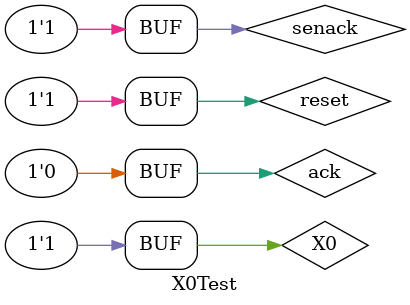
<source format=v>
`timescale 1ns / 1ps


module X0Test;

	// Inputs
	reg ack;
	reg X0;
	reg senack;
	reg reset;

	// Outputs
	wire A;
	wire B;
	wire C;
	wire Cclear;
	wire Dt;
	wire bit0;
	wire bit1;

	// Instantiate the Unit Under Test (UUT)
	X0 uut (
		.ack(ack), 
		.X0(X0), 
		.senack(senack), 
		.reset(reset), 
		.A(A), 
		.B(B), 
		.C(C), 
		.Cclear(Cclear), 
		.Dt(Dt), 
		.bit0(bit0), 
		.bit1(bit1)
	);

	initial begin
		// Initialize Inputs
		ack = 0;
		X0 = 0;
		senack = 0;
		reset = 0;

		// Wait 100 ns for global reset to finish
		#100;
		#100;
		reset = 1;
		#100;
      X0 = 1;
		#100;
		ack =1;
		#100;
		ack = 0;
		#100;
		ack = 1;
		#100;
		ack = 0;
		#100;
		ack =1;
		#100;
		ack = 0;
		#100;
		ack = 1;
		#100;
		ack = 0;
		#100;
		senack = 1;
		#100;
        
		// Add stimulus here

	end
      
endmodule


</source>
